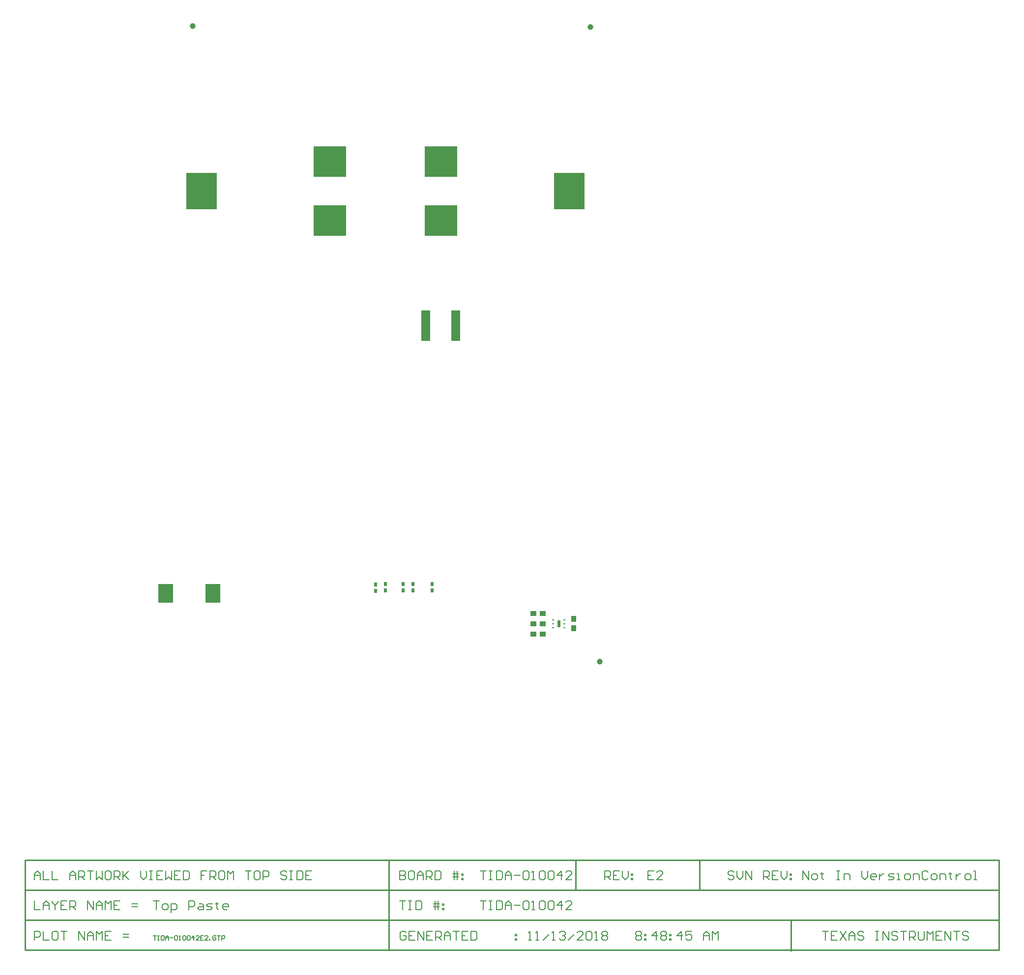
<source format=gtp>
G04*
G04 #@! TF.GenerationSoftware,Altium Limited,Altium Designer,18.1.9 (240)*
G04*
G04 Layer_Color=9021481*
%FSAX25Y25*%
%MOIN*%
G70*
G01*
G75*
%ADD17C,0.00800*%
%ADD21C,0.00600*%
%ADD22C,0.01000*%
%ADD28R,0.02441X0.04921*%
%ADD29C,0.03937*%
%ADD30O,0.01968X0.00984*%
%ADD31R,0.03937X0.03740*%
%ADD32R,0.22008X0.20984*%
%ADD33R,0.20787X0.25000*%
%ADD34R,0.09843X0.12598*%
%ADD35R,0.01968X0.02756*%
%ADD36R,0.03740X0.03937*%
%ADD37R,0.06299X0.20866*%
G54D17*
X0126900Y0073549D02*
X0130899D01*
X0128899D01*
Y0067551D01*
X0133898D02*
X0135897D01*
X0136897Y0068550D01*
Y0070550D01*
X0135897Y0071549D01*
X0133898D01*
X0132898Y0070550D01*
Y0068550D01*
X0133898Y0067551D01*
X0138896Y0065551D02*
Y0071549D01*
X0141895D01*
X0142895Y0070550D01*
Y0068550D01*
X0141895Y0067551D01*
X0138896D01*
X0150892D02*
Y0073549D01*
X0153891D01*
X0154891Y0072549D01*
Y0070550D01*
X0153891Y0069550D01*
X0150892D01*
X0157890Y0071549D02*
X0159889D01*
X0160889Y0070550D01*
Y0067551D01*
X0157890D01*
X0156890Y0068550D01*
X0157890Y0069550D01*
X0160889D01*
X0162888Y0067551D02*
X0165887D01*
X0166887Y0068550D01*
X0165887Y0069550D01*
X0163888D01*
X0162888Y0070550D01*
X0163888Y0071549D01*
X0166887D01*
X0169886Y0072549D02*
Y0071549D01*
X0168886D01*
X0170886D01*
X0169886D01*
Y0068550D01*
X0170886Y0067551D01*
X0176884D02*
X0174884D01*
X0173885Y0068550D01*
Y0070550D01*
X0174884Y0071549D01*
X0176884D01*
X0177884Y0070550D01*
Y0069550D01*
X0173885D01*
X0348550Y0073498D02*
X0352549D01*
X0350549D01*
Y0067500D01*
X0354548Y0073498D02*
X0356547D01*
X0355548D01*
Y0067500D01*
X0354548D01*
X0356547D01*
X0359546Y0073498D02*
Y0067500D01*
X0362545D01*
X0363545Y0068500D01*
Y0072498D01*
X0362545Y0073498D01*
X0359546D01*
X0365545Y0067500D02*
Y0071499D01*
X0367544Y0073498D01*
X0369543Y0071499D01*
Y0067500D01*
Y0070499D01*
X0365545D01*
X0371543D02*
X0375541D01*
X0377541Y0072498D02*
X0378540Y0073498D01*
X0380540D01*
X0381539Y0072498D01*
Y0068500D01*
X0380540Y0067500D01*
X0378540D01*
X0377541Y0068500D01*
Y0072498D01*
X0383539Y0067500D02*
X0385538D01*
X0384538D01*
Y0073498D01*
X0383539Y0072498D01*
X0388537D02*
X0389537Y0073498D01*
X0391536D01*
X0392536Y0072498D01*
Y0068500D01*
X0391536Y0067500D01*
X0389537D01*
X0388537Y0068500D01*
Y0072498D01*
X0394535D02*
X0395535Y0073498D01*
X0397534D01*
X0398534Y0072498D01*
Y0068500D01*
X0397534Y0067500D01*
X0395535D01*
X0394535Y0068500D01*
Y0072498D01*
X0403532Y0067500D02*
Y0073498D01*
X0400533Y0070499D01*
X0404532D01*
X0410530Y0067500D02*
X0406531D01*
X0410530Y0071499D01*
Y0072498D01*
X0409530Y0073498D01*
X0407531D01*
X0406531Y0072498D01*
X0294000Y0073498D02*
X0297999D01*
X0295999D01*
Y0067500D01*
X0299998Y0073498D02*
X0301997D01*
X0300998D01*
Y0067500D01*
X0299998D01*
X0301997D01*
X0304996Y0073498D02*
Y0067500D01*
X0307996D01*
X0308995Y0068500D01*
Y0072498D01*
X0307996Y0073498D01*
X0304996D01*
X0317992Y0067500D02*
Y0073498D01*
X0319992D02*
Y0067500D01*
X0316993Y0071499D02*
X0319992D01*
X0320991D01*
X0316993Y0069499D02*
X0320991D01*
X0322991Y0071499D02*
X0323990D01*
Y0070499D01*
X0322991D01*
Y0071499D01*
Y0068500D02*
X0323990D01*
Y0067500D01*
X0322991D01*
Y0068500D01*
X0580500Y0052965D02*
X0584499D01*
X0582499D01*
Y0046966D01*
X0590497Y0052965D02*
X0586498D01*
Y0046966D01*
X0590497D01*
X0586498Y0049966D02*
X0588497D01*
X0592496Y0052965D02*
X0596495Y0046966D01*
Y0052965D02*
X0592496Y0046966D01*
X0598494D02*
Y0050965D01*
X0600493Y0052965D01*
X0602493Y0050965D01*
Y0046966D01*
Y0049966D01*
X0598494D01*
X0608491Y0051965D02*
X0607491Y0052965D01*
X0605492D01*
X0604492Y0051965D01*
Y0050965D01*
X0605492Y0049966D01*
X0607491D01*
X0608491Y0048966D01*
Y0047966D01*
X0607491Y0046966D01*
X0605492D01*
X0604492Y0047966D01*
X0616488Y0052965D02*
X0618488D01*
X0617488D01*
Y0046966D01*
X0616488D01*
X0618488D01*
X0621487D02*
Y0052965D01*
X0625486Y0046966D01*
Y0052965D01*
X0631484Y0051965D02*
X0630484Y0052965D01*
X0628484D01*
X0627485Y0051965D01*
Y0050965D01*
X0628484Y0049966D01*
X0630484D01*
X0631484Y0048966D01*
Y0047966D01*
X0630484Y0046966D01*
X0628484D01*
X0627485Y0047966D01*
X0633483Y0052965D02*
X0637482D01*
X0635482D01*
Y0046966D01*
X0639481D02*
Y0052965D01*
X0642480D01*
X0643480Y0051965D01*
Y0049966D01*
X0642480Y0048966D01*
X0639481D01*
X0641480D02*
X0643480Y0046966D01*
X0645479Y0052965D02*
Y0047966D01*
X0646479Y0046966D01*
X0648478D01*
X0649478Y0047966D01*
Y0052965D01*
X0651477Y0046966D02*
Y0052965D01*
X0653476Y0050965D01*
X0655476Y0052965D01*
Y0046966D01*
X0661474Y0052965D02*
X0657475D01*
Y0046966D01*
X0661474D01*
X0657475Y0049966D02*
X0659474D01*
X0663473Y0046966D02*
Y0052965D01*
X0667472Y0046966D01*
Y0052965D01*
X0669471D02*
X0673470D01*
X0671471D01*
Y0046966D01*
X0679468Y0051965D02*
X0678468Y0052965D01*
X0676469D01*
X0675469Y0051965D01*
Y0050965D01*
X0676469Y0049966D01*
X0678468D01*
X0679468Y0048966D01*
Y0047966D01*
X0678468Y0046966D01*
X0676469D01*
X0675469Y0047966D01*
X0454050Y0051965D02*
X0455050Y0052965D01*
X0457049D01*
X0458049Y0051965D01*
Y0050965D01*
X0457049Y0049966D01*
X0458049Y0048966D01*
Y0047966D01*
X0457049Y0046966D01*
X0455050D01*
X0454050Y0047966D01*
Y0048966D01*
X0455050Y0049966D01*
X0454050Y0050965D01*
Y0051965D01*
X0455050Y0049966D02*
X0457049D01*
X0460048Y0050965D02*
X0461048D01*
Y0049966D01*
X0460048D01*
Y0050965D01*
Y0047966D02*
X0461048D01*
Y0046966D01*
X0460048D01*
Y0047966D01*
X0468046Y0046966D02*
Y0052965D01*
X0465046Y0049966D01*
X0469045D01*
X0471044Y0051965D02*
X0472044Y0052965D01*
X0474044D01*
X0475043Y0051965D01*
Y0050965D01*
X0474044Y0049966D01*
X0475043Y0048966D01*
Y0047966D01*
X0474044Y0046966D01*
X0472044D01*
X0471044Y0047966D01*
Y0048966D01*
X0472044Y0049966D01*
X0471044Y0050965D01*
Y0051965D01*
X0472044Y0049966D02*
X0474044D01*
X0477043Y0050965D02*
X0478042D01*
Y0049966D01*
X0477043D01*
Y0050965D01*
Y0047966D02*
X0478042D01*
Y0046966D01*
X0477043D01*
Y0047966D01*
X0485040Y0046966D02*
Y0052965D01*
X0482041Y0049966D01*
X0486040D01*
X0492038Y0052965D02*
X0488039D01*
Y0049966D01*
X0490038Y0050965D01*
X0491038D01*
X0492038Y0049966D01*
Y0047966D01*
X0491038Y0046966D01*
X0489039D01*
X0488039Y0047966D01*
X0500035Y0046966D02*
Y0050965D01*
X0502035Y0052965D01*
X0504034Y0050965D01*
Y0046966D01*
Y0049966D01*
X0500035D01*
X0506033Y0046966D02*
Y0052965D01*
X0508033Y0050965D01*
X0510032Y0052965D01*
Y0046966D01*
X0046350D02*
Y0052965D01*
X0049349D01*
X0050349Y0051965D01*
Y0049966D01*
X0049349Y0048966D01*
X0046350D01*
X0052348Y0052965D02*
Y0046966D01*
X0056347D01*
X0061345Y0052965D02*
X0059346D01*
X0058346Y0051965D01*
Y0047966D01*
X0059346Y0046966D01*
X0061345D01*
X0062345Y0047966D01*
Y0051965D01*
X0061345Y0052965D01*
X0064344D02*
X0068343D01*
X0066343D01*
Y0046966D01*
X0076340D02*
Y0052965D01*
X0080339Y0046966D01*
Y0052965D01*
X0082338Y0046966D02*
Y0050965D01*
X0084338Y0052965D01*
X0086337Y0050965D01*
Y0046966D01*
Y0049966D01*
X0082338D01*
X0088336Y0046966D02*
Y0052965D01*
X0090336Y0050965D01*
X0092335Y0052965D01*
Y0046966D01*
X0098333Y0052965D02*
X0094335D01*
Y0046966D01*
X0098333D01*
X0094335Y0049966D02*
X0096334D01*
X0106331Y0048966D02*
X0110329D01*
X0106331Y0050965D02*
X0110329D01*
X0046350Y0073549D02*
Y0067551D01*
X0050349D01*
X0052348D02*
Y0071549D01*
X0054347Y0073549D01*
X0056347Y0071549D01*
Y0067551D01*
Y0070550D01*
X0052348D01*
X0058346Y0073549D02*
Y0072549D01*
X0060346Y0070550D01*
X0062345Y0072549D01*
Y0073549D01*
X0060346Y0070550D02*
Y0067551D01*
X0068343Y0073549D02*
X0064344D01*
Y0067551D01*
X0068343D01*
X0064344Y0070550D02*
X0066343D01*
X0070342Y0067551D02*
Y0073549D01*
X0073341D01*
X0074341Y0072549D01*
Y0070550D01*
X0073341Y0069550D01*
X0070342D01*
X0072342D02*
X0074341Y0067551D01*
X0082338D02*
Y0073549D01*
X0086337Y0067551D01*
Y0073549D01*
X0088336Y0067551D02*
Y0071549D01*
X0090336Y0073549D01*
X0092335Y0071549D01*
Y0067551D01*
Y0070550D01*
X0088336D01*
X0094335Y0067551D02*
Y0073549D01*
X0096334Y0071549D01*
X0098333Y0073549D01*
Y0067551D01*
X0104331Y0073549D02*
X0100332D01*
Y0067551D01*
X0104331D01*
X0100332Y0070550D02*
X0102332D01*
X0112329Y0069550D02*
X0116327D01*
X0112329Y0071549D02*
X0116327D01*
X0294000Y0093831D02*
Y0087833D01*
X0296999D01*
X0297999Y0088833D01*
Y0089833D01*
X0296999Y0090832D01*
X0294000D01*
X0296999D01*
X0297999Y0091832D01*
Y0092832D01*
X0296999Y0093831D01*
X0294000D01*
X0302997D02*
X0300998D01*
X0299998Y0092832D01*
Y0088833D01*
X0300998Y0087833D01*
X0302997D01*
X0303997Y0088833D01*
Y0092832D01*
X0302997Y0093831D01*
X0305996Y0087833D02*
Y0091832D01*
X0307996Y0093831D01*
X0309995Y0091832D01*
Y0087833D01*
Y0090832D01*
X0305996D01*
X0311994Y0087833D02*
Y0093831D01*
X0314993D01*
X0315993Y0092832D01*
Y0090832D01*
X0314993Y0089833D01*
X0311994D01*
X0313994D02*
X0315993Y0087833D01*
X0317992Y0093831D02*
Y0087833D01*
X0320991D01*
X0321991Y0088833D01*
Y0092832D01*
X0320991Y0093831D01*
X0317992D01*
X0330988Y0087833D02*
Y0093831D01*
X0332987D02*
Y0087833D01*
X0329988Y0091832D02*
X0332987D01*
X0333987D01*
X0329988Y0089833D02*
X0333987D01*
X0335986Y0091832D02*
X0336986D01*
Y0090832D01*
X0335986D01*
Y0091832D01*
Y0088833D02*
X0336986D01*
Y0087833D01*
X0335986D01*
Y0088833D01*
X0348550Y0093831D02*
X0352549D01*
X0350549D01*
Y0087833D01*
X0354548Y0093831D02*
X0356547D01*
X0355548D01*
Y0087833D01*
X0354548D01*
X0356547D01*
X0359546Y0093831D02*
Y0087833D01*
X0362545D01*
X0363545Y0088833D01*
Y0092832D01*
X0362545Y0093831D01*
X0359546D01*
X0365545Y0087833D02*
Y0091832D01*
X0367544Y0093831D01*
X0369543Y0091832D01*
Y0087833D01*
Y0090832D01*
X0365545D01*
X0371543D02*
X0375541D01*
X0377541Y0092832D02*
X0378540Y0093831D01*
X0380540D01*
X0381539Y0092832D01*
Y0088833D01*
X0380540Y0087833D01*
X0378540D01*
X0377541Y0088833D01*
Y0092832D01*
X0383539Y0087833D02*
X0385538D01*
X0384538D01*
Y0093831D01*
X0383539Y0092832D01*
X0388537D02*
X0389537Y0093831D01*
X0391536D01*
X0392536Y0092832D01*
Y0088833D01*
X0391536Y0087833D01*
X0389537D01*
X0388537Y0088833D01*
Y0092832D01*
X0394535D02*
X0395535Y0093831D01*
X0397534D01*
X0398534Y0092832D01*
Y0088833D01*
X0397534Y0087833D01*
X0395535D01*
X0394535Y0088833D01*
Y0092832D01*
X0403532Y0087833D02*
Y0093831D01*
X0400533Y0090832D01*
X0404532D01*
X0410530Y0087833D02*
X0406531D01*
X0410530Y0091832D01*
Y0092832D01*
X0409530Y0093831D01*
X0407531D01*
X0406531Y0092832D01*
X0466149Y0093831D02*
X0462150D01*
Y0087833D01*
X0466149D01*
X0462150Y0090832D02*
X0464149D01*
X0472147Y0087833D02*
X0468148D01*
X0472147Y0091832D01*
Y0092832D01*
X0471147Y0093831D01*
X0469148D01*
X0468148Y0092832D01*
X0046350Y0087833D02*
Y0091832D01*
X0048349Y0093831D01*
X0050349Y0091832D01*
Y0087833D01*
Y0090832D01*
X0046350D01*
X0052348Y0093831D02*
Y0087833D01*
X0056347D01*
X0058346Y0093831D02*
Y0087833D01*
X0062345D01*
X0070342D02*
Y0091832D01*
X0072342Y0093831D01*
X0074341Y0091832D01*
Y0087833D01*
Y0090832D01*
X0070342D01*
X0076340Y0087833D02*
Y0093831D01*
X0079339D01*
X0080339Y0092832D01*
Y0090832D01*
X0079339Y0089833D01*
X0076340D01*
X0078340D02*
X0080339Y0087833D01*
X0082338Y0093831D02*
X0086337D01*
X0084338D01*
Y0087833D01*
X0088336Y0093831D02*
Y0087833D01*
X0090336Y0089833D01*
X0092335Y0087833D01*
Y0093831D01*
X0097334D02*
X0095334D01*
X0094335Y0092832D01*
Y0088833D01*
X0095334Y0087833D01*
X0097334D01*
X0098333Y0088833D01*
Y0092832D01*
X0097334Y0093831D01*
X0100332Y0087833D02*
Y0093831D01*
X0103332D01*
X0104331Y0092832D01*
Y0090832D01*
X0103332Y0089833D01*
X0100332D01*
X0102332D02*
X0104331Y0087833D01*
X0106331Y0093831D02*
Y0087833D01*
Y0089833D01*
X0110329Y0093831D01*
X0107330Y0090832D01*
X0110329Y0087833D01*
X0118327Y0093831D02*
Y0089833D01*
X0120326Y0087833D01*
X0122325Y0089833D01*
Y0093831D01*
X0124325D02*
X0126324D01*
X0125324D01*
Y0087833D01*
X0124325D01*
X0126324D01*
X0133322Y0093831D02*
X0129323D01*
Y0087833D01*
X0133322D01*
X0129323Y0090832D02*
X0131323D01*
X0135321Y0093831D02*
Y0087833D01*
X0137321Y0089833D01*
X0139320Y0087833D01*
Y0093831D01*
X0145318D02*
X0141319D01*
Y0087833D01*
X0145318D01*
X0141319Y0090832D02*
X0143319D01*
X0147317Y0093831D02*
Y0087833D01*
X0150316D01*
X0151316Y0088833D01*
Y0092832D01*
X0150316Y0093831D01*
X0147317D01*
X0163312D02*
X0159313D01*
Y0090832D01*
X0161313D01*
X0159313D01*
Y0087833D01*
X0165312D02*
Y0093831D01*
X0168310D01*
X0169310Y0092832D01*
Y0090832D01*
X0168310Y0089833D01*
X0165312D01*
X0167311D02*
X0169310Y0087833D01*
X0174309Y0093831D02*
X0172309D01*
X0171310Y0092832D01*
Y0088833D01*
X0172309Y0087833D01*
X0174309D01*
X0175308Y0088833D01*
Y0092832D01*
X0174309Y0093831D01*
X0177308Y0087833D02*
Y0093831D01*
X0179307Y0091832D01*
X0181306Y0093831D01*
Y0087833D01*
X0189304Y0093831D02*
X0193303D01*
X0191303D01*
Y0087833D01*
X0198301Y0093831D02*
X0196301D01*
X0195302Y0092832D01*
Y0088833D01*
X0196301Y0087833D01*
X0198301D01*
X0199301Y0088833D01*
Y0092832D01*
X0198301Y0093831D01*
X0201300Y0087833D02*
Y0093831D01*
X0204299D01*
X0205299Y0092832D01*
Y0090832D01*
X0204299Y0089833D01*
X0201300D01*
X0217295Y0092832D02*
X0216295Y0093831D01*
X0214296D01*
X0213296Y0092832D01*
Y0091832D01*
X0214296Y0090832D01*
X0216295D01*
X0217295Y0089833D01*
Y0088833D01*
X0216295Y0087833D01*
X0214296D01*
X0213296Y0088833D01*
X0219294Y0093831D02*
X0221293D01*
X0220294D01*
Y0087833D01*
X0219294D01*
X0221293D01*
X0224292Y0093831D02*
Y0087833D01*
X0227291D01*
X0228291Y0088833D01*
Y0092832D01*
X0227291Y0093831D01*
X0224292D01*
X0234289D02*
X0230291D01*
Y0087833D01*
X0234289D01*
X0230291Y0090832D02*
X0232290D01*
X0298199Y0051965D02*
X0297199Y0052965D01*
X0295200D01*
X0294200Y0051965D01*
Y0047966D01*
X0295200Y0046966D01*
X0297199D01*
X0298199Y0047966D01*
Y0049966D01*
X0296199D01*
X0304197Y0052965D02*
X0300198D01*
Y0046966D01*
X0304197D01*
X0300198Y0049966D02*
X0302197D01*
X0306196Y0046966D02*
Y0052965D01*
X0310195Y0046966D01*
Y0052965D01*
X0316193D02*
X0312194D01*
Y0046966D01*
X0316193D01*
X0312194Y0049966D02*
X0314194D01*
X0318192Y0046966D02*
Y0052965D01*
X0321191D01*
X0322191Y0051965D01*
Y0049966D01*
X0321191Y0048966D01*
X0318192D01*
X0320192D02*
X0322191Y0046966D01*
X0324190D02*
Y0050965D01*
X0326190Y0052965D01*
X0328189Y0050965D01*
Y0046966D01*
Y0049966D01*
X0324190D01*
X0330188Y0052965D02*
X0334187D01*
X0332188D01*
Y0046966D01*
X0340185Y0052965D02*
X0336186D01*
Y0046966D01*
X0340185D01*
X0336186Y0049966D02*
X0338186D01*
X0342184Y0052965D02*
Y0046966D01*
X0345183D01*
X0346183Y0047966D01*
Y0051965D01*
X0345183Y0052965D01*
X0342184D01*
X0372175Y0050965D02*
X0373175D01*
Y0049966D01*
X0372175D01*
Y0050965D01*
Y0047966D02*
X0373175D01*
Y0046966D01*
X0372175D01*
Y0047966D01*
X0381150Y0046966D02*
X0383149D01*
X0382150D01*
Y0052965D01*
X0381150Y0051965D01*
X0386148Y0046966D02*
X0388148D01*
X0387148D01*
Y0052965D01*
X0386148Y0051965D01*
X0391147Y0046966D02*
X0395146Y0050965D01*
X0397145Y0046966D02*
X0399144D01*
X0398145D01*
Y0052965D01*
X0397145Y0051965D01*
X0402143D02*
X0403143Y0052965D01*
X0405142D01*
X0406142Y0051965D01*
Y0050965D01*
X0405142Y0049966D01*
X0404143D01*
X0405142D01*
X0406142Y0048966D01*
Y0047966D01*
X0405142Y0046966D01*
X0403143D01*
X0402143Y0047966D01*
X0408141Y0046966D02*
X0412140Y0050965D01*
X0418138Y0046966D02*
X0414139D01*
X0418138Y0050965D01*
Y0051965D01*
X0417138Y0052965D01*
X0415139D01*
X0414139Y0051965D01*
X0420137D02*
X0421137Y0052965D01*
X0423136D01*
X0424136Y0051965D01*
Y0047966D01*
X0423136Y0046966D01*
X0421137D01*
X0420137Y0047966D01*
Y0051965D01*
X0426135Y0046966D02*
X0428135D01*
X0427135D01*
Y0052965D01*
X0426135Y0051965D01*
X0431134D02*
X0432133Y0052965D01*
X0434133D01*
X0435133Y0051965D01*
Y0050965D01*
X0434133Y0049966D01*
X0435133Y0048966D01*
Y0047966D01*
X0434133Y0046966D01*
X0432133D01*
X0431134Y0047966D01*
Y0048966D01*
X0432133Y0049966D01*
X0431134Y0050965D01*
Y0051965D01*
X0432133Y0049966D02*
X0434133D01*
X0433000Y0087833D02*
Y0093831D01*
X0435999D01*
X0436999Y0092832D01*
Y0090832D01*
X0435999Y0089833D01*
X0433000D01*
X0434999D02*
X0436999Y0087833D01*
X0442997Y0093831D02*
X0438998D01*
Y0087833D01*
X0442997D01*
X0438998Y0090832D02*
X0440997D01*
X0444996Y0093831D02*
Y0089833D01*
X0446995Y0087833D01*
X0448995Y0089833D01*
Y0093831D01*
X0450994Y0091832D02*
X0451994D01*
Y0090832D01*
X0450994D01*
Y0091832D01*
Y0088833D02*
X0451994D01*
Y0087833D01*
X0450994D01*
Y0088833D01*
X0520799Y0092832D02*
X0519799Y0093831D01*
X0517800D01*
X0516800Y0092832D01*
Y0091832D01*
X0517800Y0090832D01*
X0519799D01*
X0520799Y0089833D01*
Y0088833D01*
X0519799Y0087833D01*
X0517800D01*
X0516800Y0088833D01*
X0522798Y0093831D02*
Y0089833D01*
X0524797Y0087833D01*
X0526797Y0089833D01*
Y0093831D01*
X0528796Y0087833D02*
Y0093831D01*
X0532795Y0087833D01*
Y0093831D01*
X0540792Y0087833D02*
Y0093831D01*
X0543791D01*
X0544791Y0092832D01*
Y0090832D01*
X0543791Y0089833D01*
X0540792D01*
X0542792D02*
X0544791Y0087833D01*
X0550789Y0093831D02*
X0546790D01*
Y0087833D01*
X0550789D01*
X0546790Y0090832D02*
X0548790D01*
X0552788Y0093831D02*
Y0089833D01*
X0554788Y0087833D01*
X0556787Y0089833D01*
Y0093831D01*
X0558786Y0091832D02*
X0559786D01*
Y0090832D01*
X0558786D01*
Y0091832D01*
Y0088833D02*
X0559786D01*
Y0087833D01*
X0558786D01*
Y0088833D01*
X0567400Y0087833D02*
Y0093831D01*
X0571399Y0087833D01*
Y0093831D01*
X0574398Y0087833D02*
X0576397D01*
X0577397Y0088833D01*
Y0090832D01*
X0576397Y0091832D01*
X0574398D01*
X0573398Y0090832D01*
Y0088833D01*
X0574398Y0087833D01*
X0580396Y0092832D02*
Y0091832D01*
X0579396D01*
X0581395D01*
X0580396D01*
Y0088833D01*
X0581395Y0087833D01*
X0590393Y0093831D02*
X0592392D01*
X0591392D01*
Y0087833D01*
X0590393D01*
X0592392D01*
X0595391D02*
Y0091832D01*
X0598390D01*
X0599390Y0090832D01*
Y0087833D01*
X0607387Y0093831D02*
Y0089833D01*
X0609386Y0087833D01*
X0611386Y0089833D01*
Y0093831D01*
X0616384Y0087833D02*
X0614385D01*
X0613385Y0088833D01*
Y0090832D01*
X0614385Y0091832D01*
X0616384D01*
X0617384Y0090832D01*
Y0089833D01*
X0613385D01*
X0619383Y0091832D02*
Y0087833D01*
Y0089833D01*
X0620383Y0090832D01*
X0621383Y0091832D01*
X0622382D01*
X0625381Y0087833D02*
X0628380D01*
X0629380Y0088833D01*
X0628380Y0089833D01*
X0626381D01*
X0625381Y0090832D01*
X0626381Y0091832D01*
X0629380D01*
X0631379Y0087833D02*
X0633379D01*
X0632379D01*
Y0091832D01*
X0631379D01*
X0637377Y0087833D02*
X0639377D01*
X0640376Y0088833D01*
Y0090832D01*
X0639377Y0091832D01*
X0637377D01*
X0636378Y0090832D01*
Y0088833D01*
X0637377Y0087833D01*
X0642376D02*
Y0091832D01*
X0645375D01*
X0646374Y0090832D01*
Y0087833D01*
X0652373Y0092832D02*
X0651373Y0093831D01*
X0649373D01*
X0648374Y0092832D01*
Y0088833D01*
X0649373Y0087833D01*
X0651373D01*
X0652373Y0088833D01*
X0655372Y0087833D02*
X0657371D01*
X0658371Y0088833D01*
Y0090832D01*
X0657371Y0091832D01*
X0655372D01*
X0654372Y0090832D01*
Y0088833D01*
X0655372Y0087833D01*
X0660370D02*
Y0091832D01*
X0663369D01*
X0664369Y0090832D01*
Y0087833D01*
X0667368Y0092832D02*
Y0091832D01*
X0666368D01*
X0668367D01*
X0667368D01*
Y0088833D01*
X0668367Y0087833D01*
X0671366Y0091832D02*
Y0087833D01*
Y0089833D01*
X0672366Y0090832D01*
X0673366Y0091832D01*
X0674365D01*
X0678364Y0087833D02*
X0680364D01*
X0681363Y0088833D01*
Y0090832D01*
X0680364Y0091832D01*
X0678364D01*
X0677364Y0090832D01*
Y0088833D01*
X0678364Y0087833D01*
X0683362D02*
X0685362D01*
X0684362D01*
Y0093831D01*
X0683362D01*
G54D21*
X0126900Y0049966D02*
X0128899D01*
X0127900D01*
Y0046966D01*
X0129899Y0049966D02*
X0130899D01*
X0130399D01*
Y0046966D01*
X0129899D01*
X0130899D01*
X0132398Y0049966D02*
Y0046966D01*
X0133898D01*
X0134398Y0047466D01*
Y0049466D01*
X0133898Y0049966D01*
X0132398D01*
X0135397Y0046966D02*
Y0048966D01*
X0136397Y0049966D01*
X0137397Y0048966D01*
Y0046966D01*
Y0048466D01*
X0135397D01*
X0138396D02*
X0140396D01*
X0141395Y0049466D02*
X0141895Y0049966D01*
X0142895D01*
X0143395Y0049466D01*
Y0047466D01*
X0142895Y0046966D01*
X0141895D01*
X0141395Y0047466D01*
Y0049466D01*
X0144394Y0046966D02*
X0145394D01*
X0144894D01*
Y0049966D01*
X0144394Y0049466D01*
X0146894D02*
X0147393Y0049966D01*
X0148393D01*
X0148893Y0049466D01*
Y0047466D01*
X0148393Y0046966D01*
X0147393D01*
X0146894Y0047466D01*
Y0049466D01*
X0149893D02*
X0150392Y0049966D01*
X0151392D01*
X0151892Y0049466D01*
Y0047466D01*
X0151392Y0046966D01*
X0150392D01*
X0149893Y0047466D01*
Y0049466D01*
X0154391Y0046966D02*
Y0049966D01*
X0152892Y0048466D01*
X0154891D01*
X0157890Y0046966D02*
X0155891D01*
X0157890Y0048966D01*
Y0049466D01*
X0157390Y0049966D01*
X0156391D01*
X0155891Y0049466D01*
X0160889Y0049966D02*
X0158890D01*
Y0046966D01*
X0160889D01*
X0158890Y0048466D02*
X0159889D01*
X0163888Y0046966D02*
X0161889D01*
X0163888Y0048966D01*
Y0049466D01*
X0163388Y0049966D01*
X0162389D01*
X0161889Y0049466D01*
X0164888Y0046966D02*
Y0047466D01*
X0165388D01*
Y0046966D01*
X0164888D01*
X0169386Y0049466D02*
X0168886Y0049966D01*
X0167887D01*
X0167387Y0049466D01*
Y0047466D01*
X0167887Y0046966D01*
X0168886D01*
X0169386Y0047466D01*
Y0048466D01*
X0168387D01*
X0170386Y0049966D02*
X0172385D01*
X0171386D01*
Y0046966D01*
X0173385D02*
Y0049966D01*
X0174884D01*
X0175384Y0049466D01*
Y0048466D01*
X0174884Y0047966D01*
X0173385D01*
G54D22*
X0559400Y0039400D02*
Y0059683D01*
X0440500Y0040050D02*
X0700200D01*
Y0101050D01*
X0286500Y0040050D02*
Y0101050D01*
X0040000Y0040050D02*
Y0101050D01*
X0040050Y0040050D02*
X0197600D01*
X0040050D02*
Y0101050D01*
Y0101050D02*
X0700200D01*
X0040000Y0040050D02*
X0440500D01*
X0040000Y0060383D02*
X0700000D01*
X0040000Y0080717D02*
X0700200D01*
X0413200D02*
Y0101050D01*
X0497200Y0080717D02*
Y0101050D01*
G54D28*
X0401869Y0261500D02*
D03*
G54D29*
X0153619Y0667000D02*
D03*
X0423219Y0666400D02*
D03*
X0429719Y0235900D02*
D03*
G54D30*
X0405609Y0258941D02*
D03*
Y0261500D02*
D03*
Y0264079D02*
D03*
X0398129Y0258941D02*
D03*
Y0261500D02*
D03*
Y0264059D02*
D03*
G54D31*
X0391019Y0261500D02*
D03*
X0384720D02*
D03*
X0391019Y0254500D02*
D03*
X0384720D02*
D03*
X0391019Y0268500D02*
D03*
X0384720D02*
D03*
G54D32*
X0321970Y0575080D02*
D03*
Y0535120D02*
D03*
X0246668Y0535120D02*
D03*
Y0575080D02*
D03*
G54D33*
X0408880Y0555100D02*
D03*
X0159758Y0555100D02*
D03*
G54D34*
X0167159Y0282100D02*
D03*
X0135269D02*
D03*
G54D35*
X0302992Y0284084D02*
D03*
Y0288415D02*
D03*
X0296292Y0283984D02*
D03*
Y0288315D02*
D03*
X0284219Y0284035D02*
D03*
Y0288365D02*
D03*
X0277769Y0283935D02*
D03*
Y0288265D02*
D03*
X0315942Y0284084D02*
D03*
Y0288415D02*
D03*
G54D36*
X0411869Y0258350D02*
D03*
Y0264650D02*
D03*
G54D37*
X0311483Y0463900D02*
D03*
X0331955D02*
D03*
M02*

</source>
